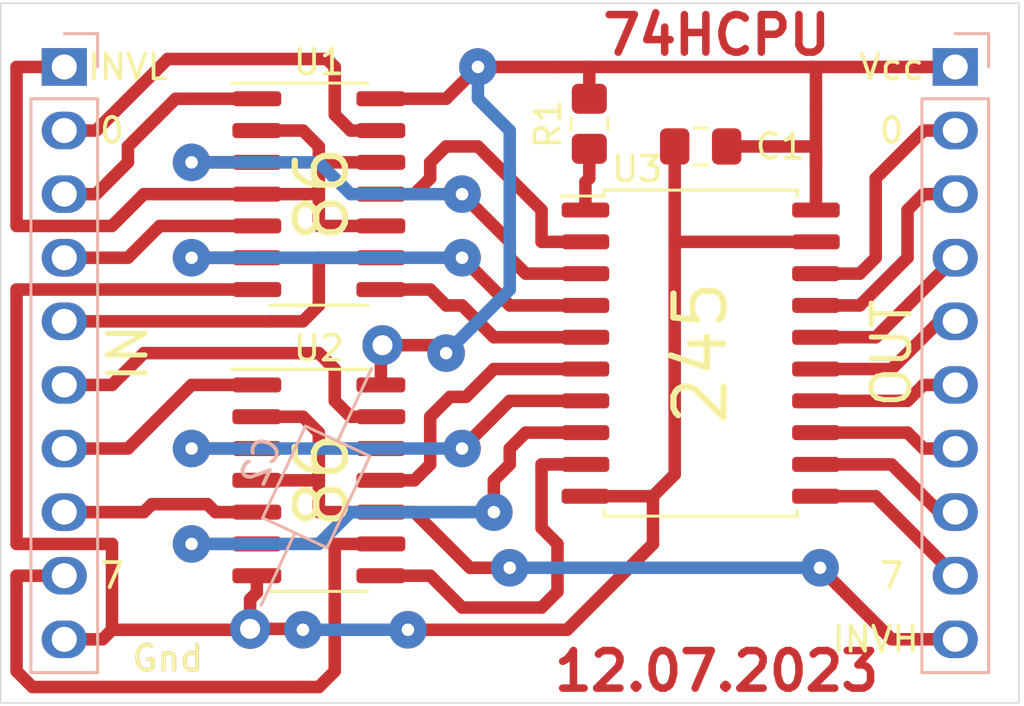
<source format=kicad_pcb>
(kicad_pcb (version 20171130) (host pcbnew "(5.1.8)-1")

  (general
    (thickness 1.6)
    (drawings 20)
    (tracks 228)
    (zones 0)
    (modules 8)
    (nets 30)
  )

  (page A4 portrait)
  (layers
    (0 F.Cu signal)
    (31 B.Cu signal)
    (32 B.Adhes user)
    (33 F.Adhes user)
    (34 B.Paste user)
    (35 F.Paste user)
    (36 B.SilkS user)
    (37 F.SilkS user)
    (38 B.Mask user)
    (39 F.Mask user)
    (40 Dwgs.User user)
    (41 Cmts.User user)
    (42 Eco1.User user)
    (43 Eco2.User user)
    (44 Edge.Cuts user)
    (45 Margin user)
    (46 B.CrtYd user)
    (47 F.CrtYd user)
    (48 B.Fab user)
    (49 F.Fab user)
  )

  (setup
    (last_trace_width 0.4)
    (user_trace_width 0.4)
    (user_trace_width 0.5)
    (user_trace_width 0.6)
    (user_trace_width 0.8)
    (trace_clearance 0.2)
    (zone_clearance 0.508)
    (zone_45_only no)
    (trace_min 0.4)
    (via_size 1.5)
    (via_drill 0.5)
    (via_min_size 1.5)
    (via_min_drill 0.5)
    (user_via 1.5 0.5)
    (uvia_size 0.3)
    (uvia_drill 0.1)
    (uvias_allowed no)
    (uvia_min_size 0.2)
    (uvia_min_drill 0.1)
    (edge_width 0.05)
    (segment_width 0.2)
    (pcb_text_width 0.3)
    (pcb_text_size 1.5 1.5)
    (mod_edge_width 0.12)
    (mod_text_size 1 1)
    (mod_text_width 0.15)
    (pad_size 1.524 1.524)
    (pad_drill 0.762)
    (pad_to_mask_clearance 0)
    (aux_axis_origin 76.2 38.1)
    (visible_elements 7FFFFFFF)
    (pcbplotparams
      (layerselection 0x010f0_ffffffff)
      (usegerberextensions false)
      (usegerberattributes false)
      (usegerberadvancedattributes false)
      (creategerberjobfile false)
      (excludeedgelayer true)
      (linewidth 0.100000)
      (plotframeref false)
      (viasonmask false)
      (mode 1)
      (useauxorigin true)
      (hpglpennumber 1)
      (hpglpenspeed 20)
      (hpglpendiameter 15.000000)
      (psnegative false)
      (psa4output false)
      (plotreference true)
      (plotvalue true)
      (plotinvisibletext false)
      (padsonsilk false)
      (subtractmaskfromsilk false)
      (outputformat 1)
      (mirror false)
      (drillshape 0)
      (scaleselection 1)
      (outputdirectory "gerber/"))
  )

  (net 0 "")
  (net 1 VCC)
  (net 2 GND)
  (net 3 /O7)
  (net 4 /O6)
  (net 5 /O5)
  (net 6 /O4)
  (net 7 /O3)
  (net 8 /O2)
  (net 9 /O1)
  (net 10 /O0)
  (net 11 /D7)
  (net 12 /D6)
  (net 13 /D5)
  (net 14 /D4)
  (net 15 /D3)
  (net 16 /D2)
  (net 17 /D1)
  (net 18 /D0)
  (net 19 /INVL)
  (net 20 /INVH)
  (net 21 "Net-(J2-Pad9)")
  (net 22 "Net-(J2-Pad8)")
  (net 23 "Net-(J2-Pad7)")
  (net 24 "Net-(J2-Pad6)")
  (net 25 "Net-(J2-Pad5)")
  (net 26 "Net-(J2-Pad4)")
  (net 27 "Net-(J2-Pad3)")
  (net 28 "Net-(J2-Pad2)")
  (net 29 "Net-(R1-Pad1)")

  (net_class Default "This is the default net class."
    (clearance 0.2)
    (trace_width 0.4)
    (via_dia 1.5)
    (via_drill 0.5)
    (uvia_dia 0.3)
    (uvia_drill 0.1)
    (diff_pair_width 0.5)
    (diff_pair_gap 0.25)
    (add_net /D0)
    (add_net /D1)
    (add_net /D2)
    (add_net /D3)
    (add_net /D4)
    (add_net /D5)
    (add_net /D6)
    (add_net /D7)
    (add_net /INVH)
    (add_net /INVL)
    (add_net /O0)
    (add_net /O1)
    (add_net /O2)
    (add_net /O3)
    (add_net /O4)
    (add_net /O5)
    (add_net /O6)
    (add_net /O7)
    (add_net GND)
    (add_net "Net-(J2-Pad2)")
    (add_net "Net-(J2-Pad3)")
    (add_net "Net-(J2-Pad4)")
    (add_net "Net-(J2-Pad5)")
    (add_net "Net-(J2-Pad6)")
    (add_net "Net-(J2-Pad7)")
    (add_net "Net-(J2-Pad8)")
    (add_net "Net-(J2-Pad9)")
    (add_net "Net-(R1-Pad1)")
    (add_net VCC)
  )

  (module Capacitor_SMD:C_0805_2012Metric_Pad1.18x1.45mm_HandSolder (layer F.Cu) (tedit 5F68FEEF) (tstamp 638673E5)
    (at 104.14 43.815 180)
    (descr "Capacitor SMD 0805 (2012 Metric), square (rectangular) end terminal, IPC_7351 nominal with elongated pad for handsoldering. (Body size source: IPC-SM-782 page 76, https://www.pcb-3d.com/wordpress/wp-content/uploads/ipc-sm-782a_amendment_1_and_2.pdf, https://docs.google.com/spreadsheets/d/1BsfQQcO9C6DZCsRaXUlFlo91Tg2WpOkGARC1WS5S8t0/edit?usp=sharing), generated with kicad-footprint-generator")
    (tags "capacitor handsolder")
    (path /6387E862)
    (attr smd)
    (fp_text reference C1 (at -3.175 0) (layer F.SilkS)
      (effects (font (size 1 1) (thickness 0.15)))
    )
    (fp_text value 0.1uF (at 0 1.68) (layer F.Fab)
      (effects (font (size 1 1) (thickness 0.15)))
    )
    (fp_line (start -1 0.625) (end -1 -0.625) (layer F.Fab) (width 0.1))
    (fp_line (start -1 -0.625) (end 1 -0.625) (layer F.Fab) (width 0.1))
    (fp_line (start 1 -0.625) (end 1 0.625) (layer F.Fab) (width 0.1))
    (fp_line (start 1 0.625) (end -1 0.625) (layer F.Fab) (width 0.1))
    (fp_line (start -0.261252 -0.735) (end 0.261252 -0.735) (layer F.SilkS) (width 0.12))
    (fp_line (start -0.261252 0.735) (end 0.261252 0.735) (layer F.SilkS) (width 0.12))
    (fp_line (start -1.88 0.98) (end -1.88 -0.98) (layer F.CrtYd) (width 0.05))
    (fp_line (start -1.88 -0.98) (end 1.88 -0.98) (layer F.CrtYd) (width 0.05))
    (fp_line (start 1.88 -0.98) (end 1.88 0.98) (layer F.CrtYd) (width 0.05))
    (fp_line (start 1.88 0.98) (end -1.88 0.98) (layer F.CrtYd) (width 0.05))
    (fp_text user %R (at 0 0) (layer F.Fab)
      (effects (font (size 0.5 0.5) (thickness 0.08)))
    )
    (pad 2 smd roundrect (at 1.0375 0 180) (size 1.175 1.45) (layers F.Cu F.Paste F.Mask) (roundrect_rratio 0.2127659574468085)
      (net 2 GND))
    (pad 1 smd roundrect (at -1.0375 0 180) (size 1.175 1.45) (layers F.Cu F.Paste F.Mask) (roundrect_rratio 0.2127659574468085)
      (net 1 VCC))
    (model ${KISYS3DMOD}/Capacitor_SMD.3dshapes/C_0805_2012Metric.wrl
      (at (xyz 0 0 0))
      (scale (xyz 1 1 1))
      (rotate (xyz 0 0 0))
    )
  )

  (module Capacitor_THT:C_Axial_L3.8mm_D2.6mm_P12.50mm_Horizontal (layer B.Cu) (tedit 5AE50EF0) (tstamp 649F74FD)
    (at 91.44 51.7525 245)
    (descr "C, Axial series, Axial, Horizontal, pin pitch=12.5mm, , length*diameter=3.8*2.6mm^2, http://www.vishay.com/docs/45231/arseries.pdf")
    (tags "C Axial series Axial Horizontal pin pitch 12.5mm  length 3.8mm diameter 2.6mm")
    (path /64A3782B)
    (fp_text reference C2 (at 6.25 2.42 245) (layer B.SilkS)
      (effects (font (size 1 1) (thickness 0.15)) (justify mirror))
    )
    (fp_text value 0.1uF (at 6.25 -2.42 245) (layer B.Fab)
      (effects (font (size 1 1) (thickness 0.15)) (justify mirror))
    )
    (fp_line (start 13.55 1.55) (end -1.05 1.55) (layer B.CrtYd) (width 0.05))
    (fp_line (start 13.55 -1.55) (end 13.55 1.55) (layer B.CrtYd) (width 0.05))
    (fp_line (start -1.05 -1.55) (end 13.55 -1.55) (layer B.CrtYd) (width 0.05))
    (fp_line (start -1.05 1.55) (end -1.05 -1.55) (layer B.CrtYd) (width 0.05))
    (fp_line (start 11.46 0) (end 8.27 0) (layer B.SilkS) (width 0.12))
    (fp_line (start 1.04 0) (end 4.23 0) (layer B.SilkS) (width 0.12))
    (fp_line (start 8.27 1.42) (end 4.23 1.42) (layer B.SilkS) (width 0.12))
    (fp_line (start 8.27 -1.42) (end 8.27 1.42) (layer B.SilkS) (width 0.12))
    (fp_line (start 4.23 -1.42) (end 8.27 -1.42) (layer B.SilkS) (width 0.12))
    (fp_line (start 4.23 1.42) (end 4.23 -1.42) (layer B.SilkS) (width 0.12))
    (fp_line (start 12.5 0) (end 8.15 0) (layer B.Fab) (width 0.1))
    (fp_line (start 0 0) (end 4.35 0) (layer B.Fab) (width 0.1))
    (fp_line (start 8.15 1.3) (end 4.35 1.3) (layer B.Fab) (width 0.1))
    (fp_line (start 8.15 -1.3) (end 8.15 1.3) (layer B.Fab) (width 0.1))
    (fp_line (start 4.35 -1.3) (end 8.15 -1.3) (layer B.Fab) (width 0.1))
    (fp_line (start 4.35 1.3) (end 4.35 -1.3) (layer B.Fab) (width 0.1))
    (fp_text user %R (at 6.25 0 245) (layer B.Fab)
      (effects (font (size 0.76 0.76) (thickness 0.114)) (justify mirror))
    )
    (pad 2 thru_hole oval (at 12.5 0 245) (size 1.6 1.6) (drill 0.8) (layers *.Cu *.Mask)
      (net 2 GND))
    (pad 1 thru_hole circle (at 0 0 245) (size 1.6 1.6) (drill 0.8) (layers *.Cu *.Mask)
      (net 1 VCC))
    (model ${KISYS3DMOD}/Capacitor_THT.3dshapes/C_Axial_L3.8mm_D2.6mm_P12.50mm_Horizontal.wrl
      (at (xyz 0 0 0))
      (scale (xyz 1 1 1))
      (rotate (xyz 0 0 0))
    )
  )

  (module Resistor_SMD:R_0805_2012Metric_Pad1.20x1.40mm_HandSolder (layer F.Cu) (tedit 5F68FEEE) (tstamp 649F711E)
    (at 99.695 42.91 90)
    (descr "Resistor SMD 0805 (2012 Metric), square (rectangular) end terminal, IPC_7351 nominal with elongated pad for handsoldering. (Body size source: IPC-SM-782 page 72, https://www.pcb-3d.com/wordpress/wp-content/uploads/ipc-sm-782a_amendment_1_and_2.pdf), generated with kicad-footprint-generator")
    (tags "resistor handsolder")
    (path /64A261F6)
    (attr smd)
    (fp_text reference R1 (at 0 -1.65 90) (layer F.SilkS)
      (effects (font (size 1 1) (thickness 0.15)))
    )
    (fp_text value 10k (at 0 1.65 90) (layer F.Fab)
      (effects (font (size 1 1) (thickness 0.15)))
    )
    (fp_line (start 1.85 0.95) (end -1.85 0.95) (layer F.CrtYd) (width 0.05))
    (fp_line (start 1.85 -0.95) (end 1.85 0.95) (layer F.CrtYd) (width 0.05))
    (fp_line (start -1.85 -0.95) (end 1.85 -0.95) (layer F.CrtYd) (width 0.05))
    (fp_line (start -1.85 0.95) (end -1.85 -0.95) (layer F.CrtYd) (width 0.05))
    (fp_line (start -0.227064 0.735) (end 0.227064 0.735) (layer F.SilkS) (width 0.12))
    (fp_line (start -0.227064 -0.735) (end 0.227064 -0.735) (layer F.SilkS) (width 0.12))
    (fp_line (start 1 0.625) (end -1 0.625) (layer F.Fab) (width 0.1))
    (fp_line (start 1 -0.625) (end 1 0.625) (layer F.Fab) (width 0.1))
    (fp_line (start -1 -0.625) (end 1 -0.625) (layer F.Fab) (width 0.1))
    (fp_line (start -1 0.625) (end -1 -0.625) (layer F.Fab) (width 0.1))
    (fp_text user %R (at 0 0 90) (layer F.Fab)
      (effects (font (size 0.5 0.5) (thickness 0.08)))
    )
    (pad 2 smd roundrect (at 1 0 90) (size 1.2 1.4) (layers F.Cu F.Paste F.Mask) (roundrect_rratio 0.2083325)
      (net 1 VCC))
    (pad 1 smd roundrect (at -1 0 90) (size 1.2 1.4) (layers F.Cu F.Paste F.Mask) (roundrect_rratio 0.2083325)
      (net 29 "Net-(R1-Pad1)"))
    (model ${KISYS3DMOD}/Resistor_SMD.3dshapes/R_0805_2012Metric.wrl
      (at (xyz 0 0 0))
      (scale (xyz 1 1 1))
      (rotate (xyz 0 0 0))
    )
  )

  (module Package_SO:SOP-20_7.5x12.8mm_P1.27mm (layer F.Cu) (tedit 5F4D0A3D) (tstamp 649F5C94)
    (at 104.14 52.07)
    (descr "SOP, 20 Pin (https://www.holtek.com/documents/10179/116723/sop20-300.pdf), generated with kicad-footprint-generator ipc_gullwing_generator.py")
    (tags "SOP SO")
    (path /649F7611)
    (attr smd)
    (fp_text reference U3 (at -2.54 -7.35) (layer F.SilkS)
      (effects (font (size 1 1) (thickness 0.15)))
    )
    (fp_text value 74HC245 (at 0 7.35) (layer F.Fab)
      (effects (font (size 1 1) (thickness 0.15)))
    )
    (fp_line (start 0 6.51) (end 3.86 6.51) (layer F.SilkS) (width 0.12))
    (fp_line (start 3.86 6.51) (end 3.86 6.275) (layer F.SilkS) (width 0.12))
    (fp_line (start 0 6.51) (end -3.86 6.51) (layer F.SilkS) (width 0.12))
    (fp_line (start -3.86 6.51) (end -3.86 6.275) (layer F.SilkS) (width 0.12))
    (fp_line (start 0 -6.51) (end 3.86 -6.51) (layer F.SilkS) (width 0.12))
    (fp_line (start 3.86 -6.51) (end 3.86 -6.275) (layer F.SilkS) (width 0.12))
    (fp_line (start 0 -6.51) (end -3.86 -6.51) (layer F.SilkS) (width 0.12))
    (fp_line (start -3.86 -6.51) (end -3.86 -6.275) (layer F.SilkS) (width 0.12))
    (fp_line (start -3.86 -6.275) (end -5.55 -6.275) (layer F.SilkS) (width 0.12))
    (fp_line (start -2.75 -6.4) (end 3.75 -6.4) (layer F.Fab) (width 0.1))
    (fp_line (start 3.75 -6.4) (end 3.75 6.4) (layer F.Fab) (width 0.1))
    (fp_line (start 3.75 6.4) (end -3.75 6.4) (layer F.Fab) (width 0.1))
    (fp_line (start -3.75 6.4) (end -3.75 -5.4) (layer F.Fab) (width 0.1))
    (fp_line (start -3.75 -5.4) (end -2.75 -6.4) (layer F.Fab) (width 0.1))
    (fp_line (start -5.8 -6.65) (end -5.8 6.65) (layer F.CrtYd) (width 0.05))
    (fp_line (start -5.8 6.65) (end 5.8 6.65) (layer F.CrtYd) (width 0.05))
    (fp_line (start 5.8 6.65) (end 5.8 -6.65) (layer F.CrtYd) (width 0.05))
    (fp_line (start 5.8 -6.65) (end -5.8 -6.65) (layer F.CrtYd) (width 0.05))
    (fp_text user %R (at 0 0) (layer F.Fab)
      (effects (font (size 1 1) (thickness 0.15)))
    )
    (pad 20 smd roundrect (at 4.6 -5.715) (size 1.9 0.6) (layers F.Cu F.Paste F.Mask) (roundrect_rratio 0.25)
      (net 1 VCC))
    (pad 19 smd roundrect (at 4.6 -4.445) (size 1.9 0.6) (layers F.Cu F.Paste F.Mask) (roundrect_rratio 0.25)
      (net 2 GND))
    (pad 18 smd roundrect (at 4.6 -3.175) (size 1.9 0.6) (layers F.Cu F.Paste F.Mask) (roundrect_rratio 0.25)
      (net 28 "Net-(J2-Pad2)"))
    (pad 17 smd roundrect (at 4.6 -1.905) (size 1.9 0.6) (layers F.Cu F.Paste F.Mask) (roundrect_rratio 0.25)
      (net 27 "Net-(J2-Pad3)"))
    (pad 16 smd roundrect (at 4.6 -0.635) (size 1.9 0.6) (layers F.Cu F.Paste F.Mask) (roundrect_rratio 0.25)
      (net 26 "Net-(J2-Pad4)"))
    (pad 15 smd roundrect (at 4.6 0.635) (size 1.9 0.6) (layers F.Cu F.Paste F.Mask) (roundrect_rratio 0.25)
      (net 25 "Net-(J2-Pad5)"))
    (pad 14 smd roundrect (at 4.6 1.905) (size 1.9 0.6) (layers F.Cu F.Paste F.Mask) (roundrect_rratio 0.25)
      (net 24 "Net-(J2-Pad6)"))
    (pad 13 smd roundrect (at 4.6 3.175) (size 1.9 0.6) (layers F.Cu F.Paste F.Mask) (roundrect_rratio 0.25)
      (net 23 "Net-(J2-Pad7)"))
    (pad 12 smd roundrect (at 4.6 4.445) (size 1.9 0.6) (layers F.Cu F.Paste F.Mask) (roundrect_rratio 0.25)
      (net 22 "Net-(J2-Pad8)"))
    (pad 11 smd roundrect (at 4.6 5.715) (size 1.9 0.6) (layers F.Cu F.Paste F.Mask) (roundrect_rratio 0.25)
      (net 21 "Net-(J2-Pad9)"))
    (pad 10 smd roundrect (at -4.6 5.715) (size 1.9 0.6) (layers F.Cu F.Paste F.Mask) (roundrect_rratio 0.25)
      (net 2 GND))
    (pad 9 smd roundrect (at -4.6 4.445) (size 1.9 0.6) (layers F.Cu F.Paste F.Mask) (roundrect_rratio 0.25)
      (net 3 /O7))
    (pad 8 smd roundrect (at -4.6 3.175) (size 1.9 0.6) (layers F.Cu F.Paste F.Mask) (roundrect_rratio 0.25)
      (net 4 /O6))
    (pad 7 smd roundrect (at -4.6 1.905) (size 1.9 0.6) (layers F.Cu F.Paste F.Mask) (roundrect_rratio 0.25)
      (net 5 /O5))
    (pad 6 smd roundrect (at -4.6 0.635) (size 1.9 0.6) (layers F.Cu F.Paste F.Mask) (roundrect_rratio 0.25)
      (net 6 /O4))
    (pad 5 smd roundrect (at -4.6 -0.635) (size 1.9 0.6) (layers F.Cu F.Paste F.Mask) (roundrect_rratio 0.25)
      (net 7 /O3))
    (pad 4 smd roundrect (at -4.6 -1.905) (size 1.9 0.6) (layers F.Cu F.Paste F.Mask) (roundrect_rratio 0.25)
      (net 8 /O2))
    (pad 3 smd roundrect (at -4.6 -3.175) (size 1.9 0.6) (layers F.Cu F.Paste F.Mask) (roundrect_rratio 0.25)
      (net 9 /O1))
    (pad 2 smd roundrect (at -4.6 -4.445) (size 1.9 0.6) (layers F.Cu F.Paste F.Mask) (roundrect_rratio 0.25)
      (net 10 /O0))
    (pad 1 smd roundrect (at -4.6 -5.715) (size 1.9 0.6) (layers F.Cu F.Paste F.Mask) (roundrect_rratio 0.25)
      (net 29 "Net-(R1-Pad1)"))
    (model ${KISYS3DMOD}/Package_SO.3dshapes/SOP-20_7.5x12.8mm_P1.27mm.wrl
      (at (xyz 0 0 0))
      (scale (xyz 1 1 1))
      (rotate (xyz 0 0 0))
    )
  )

  (module Connector_PinHeader_2.54mm:PinHeader_1x10_P2.54mm_Vertical (layer B.Cu) (tedit 59FED5CC) (tstamp 63867421)
    (at 114.3 40.64 180)
    (descr "Through hole straight pin header, 1x10, 2.54mm pitch, single row")
    (tags "Through hole pin header THT 1x10 2.54mm single row")
    (path /638C9111)
    (fp_text reference J2 (at 2.54 1.27) (layer B.SilkS) hide
      (effects (font (size 1 1) (thickness 0.15)) (justify mirror))
    )
    (fp_text value Conn_01x10_Male (at -1.905 -11.43 90) (layer B.Fab)
      (effects (font (size 1 1) (thickness 0.15)) (justify mirror))
    )
    (fp_line (start 1.8 1.8) (end -1.8 1.8) (layer B.CrtYd) (width 0.05))
    (fp_line (start 1.8 -24.65) (end 1.8 1.8) (layer B.CrtYd) (width 0.05))
    (fp_line (start -1.8 -24.65) (end 1.8 -24.65) (layer B.CrtYd) (width 0.05))
    (fp_line (start -1.8 1.8) (end -1.8 -24.65) (layer B.CrtYd) (width 0.05))
    (fp_line (start -1.33 1.33) (end 0 1.33) (layer B.SilkS) (width 0.12))
    (fp_line (start -1.33 0) (end -1.33 1.33) (layer B.SilkS) (width 0.12))
    (fp_line (start -1.33 -1.27) (end 1.33 -1.27) (layer B.SilkS) (width 0.12))
    (fp_line (start 1.33 -1.27) (end 1.33 -24.19) (layer B.SilkS) (width 0.12))
    (fp_line (start -1.33 -1.27) (end -1.33 -24.19) (layer B.SilkS) (width 0.12))
    (fp_line (start -1.33 -24.19) (end 1.33 -24.19) (layer B.SilkS) (width 0.12))
    (fp_line (start -1.27 0.635) (end -0.635 1.27) (layer B.Fab) (width 0.1))
    (fp_line (start -1.27 -24.13) (end -1.27 0.635) (layer B.Fab) (width 0.1))
    (fp_line (start 1.27 -24.13) (end -1.27 -24.13) (layer B.Fab) (width 0.1))
    (fp_line (start 1.27 1.27) (end 1.27 -24.13) (layer B.Fab) (width 0.1))
    (fp_line (start -0.635 1.27) (end 1.27 1.27) (layer B.Fab) (width 0.1))
    (fp_text user %R (at 0 -11.43 270) (layer B.Fab)
      (effects (font (size 1 1) (thickness 0.15)) (justify mirror))
    )
    (pad 10 thru_hole oval (at 0 -22.86 180) (size 1.8 1.5) (drill 1) (layers *.Cu *.Mask)
      (net 20 /INVH))
    (pad 9 thru_hole oval (at 0 -20.32 180) (size 1.8 1.5) (drill 1) (layers *.Cu *.Mask)
      (net 21 "Net-(J2-Pad9)"))
    (pad 8 thru_hole oval (at 0 -17.78 180) (size 1.8 1.5) (drill 1) (layers *.Cu *.Mask)
      (net 22 "Net-(J2-Pad8)"))
    (pad 7 thru_hole oval (at 0 -15.24 180) (size 1.8 1.5) (drill 1) (layers *.Cu *.Mask)
      (net 23 "Net-(J2-Pad7)"))
    (pad 6 thru_hole oval (at 0 -12.7 180) (size 1.8 1.5) (drill 1) (layers *.Cu *.Mask)
      (net 24 "Net-(J2-Pad6)"))
    (pad 5 thru_hole oval (at 0 -10.16 180) (size 1.8 1.5) (drill 1) (layers *.Cu *.Mask)
      (net 25 "Net-(J2-Pad5)"))
    (pad 4 thru_hole oval (at 0 -7.62 180) (size 1.8 1.5) (drill 1) (layers *.Cu *.Mask)
      (net 26 "Net-(J2-Pad4)"))
    (pad 3 thru_hole oval (at 0 -5.08 180) (size 1.8 1.5) (drill 1) (layers *.Cu *.Mask)
      (net 27 "Net-(J2-Pad3)"))
    (pad 2 thru_hole oval (at 0 -2.54 180) (size 1.8 1.5) (drill 1) (layers *.Cu *.Mask)
      (net 28 "Net-(J2-Pad2)"))
    (pad 1 thru_hole rect (at 0 0 180) (size 1.8 1.5) (drill 1) (layers *.Cu *.Mask)
      (net 1 VCC))
    (model ${KISYS3DMOD}/Connector_PinHeader_2.54mm.3dshapes/PinHeader_1x10_P2.54mm_Vertical.wrl
      (at (xyz 0 0 0))
      (scale (xyz 1 1 1))
      (rotate (xyz 0 0 0))
    )
  )

  (module Connector_PinHeader_2.54mm:PinHeader_1x10_P2.54mm_Vertical (layer B.Cu) (tedit 59FED5CC) (tstamp 63867403)
    (at 78.74 40.64 180)
    (descr "Through hole straight pin header, 1x10, 2.54mm pitch, single row")
    (tags "Through hole pin header THT 1x10 2.54mm single row")
    (path /638C75A4)
    (fp_text reference J1 (at -2.54 1.27) (layer B.SilkS) hide
      (effects (font (size 1 1) (thickness 0.15)) (justify mirror))
    )
    (fp_text value Conn_01x10_Male (at 1.27 -11.43 90) (layer B.Fab)
      (effects (font (size 1 1) (thickness 0.15)) (justify mirror))
    )
    (fp_line (start 1.8 1.8) (end -1.8 1.8) (layer B.CrtYd) (width 0.05))
    (fp_line (start 1.8 -24.65) (end 1.8 1.8) (layer B.CrtYd) (width 0.05))
    (fp_line (start -1.8 -24.65) (end 1.8 -24.65) (layer B.CrtYd) (width 0.05))
    (fp_line (start -1.8 1.8) (end -1.8 -24.65) (layer B.CrtYd) (width 0.05))
    (fp_line (start -1.33 1.33) (end 0 1.33) (layer B.SilkS) (width 0.12))
    (fp_line (start -1.33 0) (end -1.33 1.33) (layer B.SilkS) (width 0.12))
    (fp_line (start -1.33 -1.27) (end 1.33 -1.27) (layer B.SilkS) (width 0.12))
    (fp_line (start 1.33 -1.27) (end 1.33 -24.19) (layer B.SilkS) (width 0.12))
    (fp_line (start -1.33 -1.27) (end -1.33 -24.19) (layer B.SilkS) (width 0.12))
    (fp_line (start -1.33 -24.19) (end 1.33 -24.19) (layer B.SilkS) (width 0.12))
    (fp_line (start -1.27 0.635) (end -0.635 1.27) (layer B.Fab) (width 0.1))
    (fp_line (start -1.27 -24.13) (end -1.27 0.635) (layer B.Fab) (width 0.1))
    (fp_line (start 1.27 -24.13) (end -1.27 -24.13) (layer B.Fab) (width 0.1))
    (fp_line (start 1.27 1.27) (end 1.27 -24.13) (layer B.Fab) (width 0.1))
    (fp_line (start -0.635 1.27) (end 1.27 1.27) (layer B.Fab) (width 0.1))
    (fp_text user %R (at 0 -11.43 270) (layer B.Fab)
      (effects (font (size 1 1) (thickness 0.15)) (justify mirror))
    )
    (pad 10 thru_hole oval (at 0 -22.86 180) (size 1.8 1.5) (drill 1) (layers *.Cu *.Mask)
      (net 2 GND))
    (pad 9 thru_hole oval (at 0 -20.32 180) (size 1.8 1.5) (drill 1) (layers *.Cu *.Mask)
      (net 11 /D7))
    (pad 8 thru_hole oval (at 0 -17.78 180) (size 1.8 1.5) (drill 1) (layers *.Cu *.Mask)
      (net 12 /D6))
    (pad 7 thru_hole oval (at 0 -15.24 180) (size 1.8 1.5) (drill 1) (layers *.Cu *.Mask)
      (net 13 /D5))
    (pad 6 thru_hole oval (at 0 -12.7 180) (size 1.8 1.5) (drill 1) (layers *.Cu *.Mask)
      (net 14 /D4))
    (pad 5 thru_hole oval (at 0 -10.16 180) (size 1.8 1.5) (drill 1) (layers *.Cu *.Mask)
      (net 15 /D3))
    (pad 4 thru_hole oval (at 0 -7.62 180) (size 1.8 1.5) (drill 1) (layers *.Cu *.Mask)
      (net 16 /D2))
    (pad 3 thru_hole oval (at 0 -5.08 180) (size 1.8 1.5) (drill 1) (layers *.Cu *.Mask)
      (net 17 /D1))
    (pad 2 thru_hole oval (at 0 -2.54 180) (size 1.8 1.5) (drill 1) (layers *.Cu *.Mask)
      (net 18 /D0))
    (pad 1 thru_hole rect (at 0 0 180) (size 1.8 1.5) (drill 1) (layers *.Cu *.Mask)
      (net 19 /INVL))
    (model ${KISYS3DMOD}/Connector_PinHeader_2.54mm.3dshapes/PinHeader_1x10_P2.54mm_Vertical.wrl
      (at (xyz 0 0 0))
      (scale (xyz 1 1 1))
      (rotate (xyz 0 0 0))
    )
  )

  (module Package_SO:SO-14_3.9x8.65mm_P1.27mm (layer F.Cu) (tedit 5F427CE7) (tstamp 63866E4D)
    (at 88.9 45.72)
    (descr "SO, 14 Pin (https://www.st.com/resource/en/datasheet/l6491.pdf), generated with kicad-footprint-generator ipc_gullwing_generator.py")
    (tags "SO SO")
    (path /63868234)
    (attr smd)
    (fp_text reference U1 (at 0 -5.28) (layer F.SilkS)
      (effects (font (size 1 1) (thickness 0.15)))
    )
    (fp_text value 74HC86 (at 0 5.28) (layer F.Fab)
      (effects (font (size 1 1) (thickness 0.15)))
    )
    (fp_line (start 3.7 -4.58) (end -3.7 -4.58) (layer F.CrtYd) (width 0.05))
    (fp_line (start 3.7 4.58) (end 3.7 -4.58) (layer F.CrtYd) (width 0.05))
    (fp_line (start -3.7 4.58) (end 3.7 4.58) (layer F.CrtYd) (width 0.05))
    (fp_line (start -3.7 -4.58) (end -3.7 4.58) (layer F.CrtYd) (width 0.05))
    (fp_line (start -1.95 -3.35) (end -0.975 -4.325) (layer F.Fab) (width 0.1))
    (fp_line (start -1.95 4.325) (end -1.95 -3.35) (layer F.Fab) (width 0.1))
    (fp_line (start 1.95 4.325) (end -1.95 4.325) (layer F.Fab) (width 0.1))
    (fp_line (start 1.95 -4.325) (end 1.95 4.325) (layer F.Fab) (width 0.1))
    (fp_line (start -0.975 -4.325) (end 1.95 -4.325) (layer F.Fab) (width 0.1))
    (fp_line (start 0 -4.435) (end -3.45 -4.435) (layer F.SilkS) (width 0.12))
    (fp_line (start 0 -4.435) (end 1.95 -4.435) (layer F.SilkS) (width 0.12))
    (fp_line (start 0 4.435) (end -1.95 4.435) (layer F.SilkS) (width 0.12))
    (fp_line (start 0 4.435) (end 1.95 4.435) (layer F.SilkS) (width 0.12))
    (fp_text user %R (at 0 0) (layer F.Fab)
      (effects (font (size 0.98 0.98) (thickness 0.15)))
    )
    (pad 1 smd roundrect (at -2.475 -3.81) (size 1.95 0.6) (layers F.Cu F.Paste F.Mask) (roundrect_rratio 0.25)
      (net 17 /D1))
    (pad 2 smd roundrect (at -2.475 -2.54) (size 1.95 0.6) (layers F.Cu F.Paste F.Mask) (roundrect_rratio 0.25)
      (net 19 /INVL))
    (pad 3 smd roundrect (at -2.475 -1.27) (size 1.95 0.6) (layers F.Cu F.Paste F.Mask) (roundrect_rratio 0.25)
      (net 9 /O1))
    (pad 4 smd roundrect (at -2.475 0) (size 1.95 0.6) (layers F.Cu F.Paste F.Mask) (roundrect_rratio 0.25)
      (net 19 /INVL))
    (pad 5 smd roundrect (at -2.475 1.27) (size 1.95 0.6) (layers F.Cu F.Paste F.Mask) (roundrect_rratio 0.25)
      (net 16 /D2))
    (pad 6 smd roundrect (at -2.475 2.54) (size 1.95 0.6) (layers F.Cu F.Paste F.Mask) (roundrect_rratio 0.25)
      (net 8 /O2))
    (pad 7 smd roundrect (at -2.475 3.81) (size 1.95 0.6) (layers F.Cu F.Paste F.Mask) (roundrect_rratio 0.25)
      (net 2 GND))
    (pad 8 smd roundrect (at 2.475 3.81) (size 1.95 0.6) (layers F.Cu F.Paste F.Mask) (roundrect_rratio 0.25)
      (net 7 /O3))
    (pad 9 smd roundrect (at 2.475 2.54) (size 1.95 0.6) (layers F.Cu F.Paste F.Mask) (roundrect_rratio 0.25)
      (net 15 /D3))
    (pad 10 smd roundrect (at 2.475 1.27) (size 1.95 0.6) (layers F.Cu F.Paste F.Mask) (roundrect_rratio 0.25)
      (net 19 /INVL))
    (pad 11 smd roundrect (at 2.475 0) (size 1.95 0.6) (layers F.Cu F.Paste F.Mask) (roundrect_rratio 0.25)
      (net 10 /O0))
    (pad 12 smd roundrect (at 2.475 -1.27) (size 1.95 0.6) (layers F.Cu F.Paste F.Mask) (roundrect_rratio 0.25)
      (net 19 /INVL))
    (pad 13 smd roundrect (at 2.475 -2.54) (size 1.95 0.6) (layers F.Cu F.Paste F.Mask) (roundrect_rratio 0.25)
      (net 18 /D0))
    (pad 14 smd roundrect (at 2.475 -3.81) (size 1.95 0.6) (layers F.Cu F.Paste F.Mask) (roundrect_rratio 0.25)
      (net 1 VCC))
    (model ${KISYS3DMOD}/Package_SO.3dshapes/SO-14_3.9x8.65mm_P1.27mm.wrl
      (at (xyz 0 0 0))
      (scale (xyz 1 1 1))
      (rotate (xyz 0 0 0))
    )
  )

  (module Package_SO:SO-14_3.9x8.65mm_P1.27mm (layer F.Cu) (tedit 5F427CE7) (tstamp 63866E6D)
    (at 88.9 57.15)
    (descr "SO, 14 Pin (https://www.st.com/resource/en/datasheet/l6491.pdf), generated with kicad-footprint-generator ipc_gullwing_generator.py")
    (tags "SO SO")
    (path /63875B1D)
    (attr smd)
    (fp_text reference U2 (at 0 -5.28) (layer F.SilkS)
      (effects (font (size 1 1) (thickness 0.15)))
    )
    (fp_text value 74HC86 (at 0 5.28) (layer F.Fab)
      (effects (font (size 1 1) (thickness 0.15)))
    )
    (fp_line (start 0 4.435) (end 1.95 4.435) (layer F.SilkS) (width 0.12))
    (fp_line (start 0 4.435) (end -1.95 4.435) (layer F.SilkS) (width 0.12))
    (fp_line (start 0 -4.435) (end 1.95 -4.435) (layer F.SilkS) (width 0.12))
    (fp_line (start 0 -4.435) (end -3.45 -4.435) (layer F.SilkS) (width 0.12))
    (fp_line (start -0.975 -4.325) (end 1.95 -4.325) (layer F.Fab) (width 0.1))
    (fp_line (start 1.95 -4.325) (end 1.95 4.325) (layer F.Fab) (width 0.1))
    (fp_line (start 1.95 4.325) (end -1.95 4.325) (layer F.Fab) (width 0.1))
    (fp_line (start -1.95 4.325) (end -1.95 -3.35) (layer F.Fab) (width 0.1))
    (fp_line (start -1.95 -3.35) (end -0.975 -4.325) (layer F.Fab) (width 0.1))
    (fp_line (start -3.7 -4.58) (end -3.7 4.58) (layer F.CrtYd) (width 0.05))
    (fp_line (start -3.7 4.58) (end 3.7 4.58) (layer F.CrtYd) (width 0.05))
    (fp_line (start 3.7 4.58) (end 3.7 -4.58) (layer F.CrtYd) (width 0.05))
    (fp_line (start 3.7 -4.58) (end -3.7 -4.58) (layer F.CrtYd) (width 0.05))
    (fp_text user %R (at 0 0) (layer F.Fab)
      (effects (font (size 0.98 0.98) (thickness 0.15)))
    )
    (pad 14 smd roundrect (at 2.475 -3.81) (size 1.95 0.6) (layers F.Cu F.Paste F.Mask) (roundrect_rratio 0.25)
      (net 1 VCC))
    (pad 13 smd roundrect (at 2.475 -2.54) (size 1.95 0.6) (layers F.Cu F.Paste F.Mask) (roundrect_rratio 0.25)
      (net 14 /D4))
    (pad 12 smd roundrect (at 2.475 -1.27) (size 1.95 0.6) (layers F.Cu F.Paste F.Mask) (roundrect_rratio 0.25)
      (net 20 /INVH))
    (pad 11 smd roundrect (at 2.475 0) (size 1.95 0.6) (layers F.Cu F.Paste F.Mask) (roundrect_rratio 0.25)
      (net 6 /O4))
    (pad 10 smd roundrect (at 2.475 1.27) (size 1.95 0.6) (layers F.Cu F.Paste F.Mask) (roundrect_rratio 0.25)
      (net 20 /INVH))
    (pad 9 smd roundrect (at 2.475 2.54) (size 1.95 0.6) (layers F.Cu F.Paste F.Mask) (roundrect_rratio 0.25)
      (net 11 /D7))
    (pad 8 smd roundrect (at 2.475 3.81) (size 1.95 0.6) (layers F.Cu F.Paste F.Mask) (roundrect_rratio 0.25)
      (net 3 /O7))
    (pad 7 smd roundrect (at -2.475 3.81) (size 1.95 0.6) (layers F.Cu F.Paste F.Mask) (roundrect_rratio 0.25)
      (net 2 GND))
    (pad 6 smd roundrect (at -2.475 2.54) (size 1.95 0.6) (layers F.Cu F.Paste F.Mask) (roundrect_rratio 0.25)
      (net 4 /O6))
    (pad 5 smd roundrect (at -2.475 1.27) (size 1.95 0.6) (layers F.Cu F.Paste F.Mask) (roundrect_rratio 0.25)
      (net 12 /D6))
    (pad 4 smd roundrect (at -2.475 0) (size 1.95 0.6) (layers F.Cu F.Paste F.Mask) (roundrect_rratio 0.25)
      (net 20 /INVH))
    (pad 3 smd roundrect (at -2.475 -1.27) (size 1.95 0.6) (layers F.Cu F.Paste F.Mask) (roundrect_rratio 0.25)
      (net 5 /O5))
    (pad 2 smd roundrect (at -2.475 -2.54) (size 1.95 0.6) (layers F.Cu F.Paste F.Mask) (roundrect_rratio 0.25)
      (net 20 /INVH))
    (pad 1 smd roundrect (at -2.475 -3.81) (size 1.95 0.6) (layers F.Cu F.Paste F.Mask) (roundrect_rratio 0.25)
      (net 13 /D5))
    (model ${KISYS3DMOD}/Package_SO.3dshapes/SO-14_3.9x8.65mm_P1.27mm.wrl
      (at (xyz 0 0 0))
      (scale (xyz 1 1 1))
      (rotate (xyz 0 0 0))
    )
  )

  (gr_text 86 (at 89.027 45.72 90) (layer F.SilkS) (tstamp 64AEC14F)
    (effects (font (size 2 2) (thickness 0.25)))
  )
  (gr_text 86 (at 89.027 57.15 90) (layer F.SilkS) (tstamp 64AEC147)
    (effects (font (size 2 2) (thickness 0.25)))
  )
  (gr_text 245 (at 104.14 52.07 90) (layer F.SilkS)
    (effects (font (size 2 2) (thickness 0.25)))
  )
  (gr_text INVH (at 111.125 63.5) (layer F.SilkS) (tstamp 649DF5AA)
    (effects (font (size 1 1) (thickness 0.15)))
  )
  (gr_text INVL (at 81.28 40.64) (layer F.SilkS)
    (effects (font (size 1 1) (thickness 0.15)))
  )
  (gr_text Gnd (at 82.8675 64.262) (layer F.Cu) (tstamp 63843D85)
    (effects (font (size 1 1) (thickness 0.15)))
  )
  (gr_text 7 (at 111.76 60.96) (layer F.SilkS)
    (effects (font (size 1 1) (thickness 0.15)))
  )
  (gr_text 0 (at 111.76 43.18) (layer F.SilkS)
    (effects (font (size 1 1) (thickness 0.15)))
  )
  (gr_text 7 (at 80.645 60.96) (layer F.SilkS)
    (effects (font (size 1 1) (thickness 0.15)))
  )
  (gr_text 0 (at 80.645 43.18) (layer F.SilkS)
    (effects (font (size 1 1) (thickness 0.15)))
  )
  (gr_text OUT (at 111.76 52.07 90) (layer F.SilkS) (tstamp 63843B19)
    (effects (font (size 1.5 1.5) (thickness 0.2)))
  )
  (gr_text IN (at 81.28 52.07 90) (layer F.SilkS)
    (effects (font (size 1.5 1.5) (thickness 0.2)))
  )
  (gr_text Gnd (at 82.8675 64.262) (layer F.SilkS)
    (effects (font (size 1 1) (thickness 0.15)))
  )
  (gr_text Vcc (at 111.76 40.64) (layer F.SilkS)
    (effects (font (size 1 1) (thickness 0.15)))
  )
  (gr_text 74HCPU (at 104.775 39.37) (layer F.Cu) (tstamp 63843981)
    (effects (font (size 1.5 1.5) (thickness 0.3)))
  )
  (gr_text 12.07.2023 (at 104.775 64.77) (layer F.Cu)
    (effects (font (size 1.5 1.5) (thickness 0.3)))
  )
  (gr_line (start 76.2 38.1) (end 76.2 66.04) (layer Edge.Cuts) (width 0.05) (tstamp 6383F8D8))
  (gr_line (start 116.84 38.1) (end 76.2 38.1) (layer Edge.Cuts) (width 0.05))
  (gr_line (start 116.84 66.04) (end 116.84 38.1) (layer Edge.Cuts) (width 0.05))
  (gr_line (start 76.2 66.04) (end 116.84 66.04) (layer Edge.Cuts) (width 0.05))

  (segment (start 93.98 41.91) (end 95.25 40.64) (width 0.5) (layer F.Cu) (net 1))
  (segment (start 91.375 41.91) (end 93.98 41.91) (width 0.5) (layer F.Cu) (net 1))
  (segment (start 93.98 52.07) (end 93.98 52.07) (width 0.5) (layer F.Cu) (net 1))
  (segment (start 95.25 40.64) (end 98.425 40.64) (width 0.5) (layer F.Cu) (net 1))
  (segment (start 108.585 40.64) (end 114.3 40.64) (width 0.5) (layer F.Cu) (net 1))
  (segment (start 108.585 43.815) (end 108.74 43.97) (width 0.5) (layer F.Cu) (net 1))
  (segment (start 105.1775 43.815) (end 108.585 43.815) (width 0.5) (layer F.Cu) (net 1))
  (segment (start 108.74 43.97) (end 108.74 44.605) (width 0.5) (layer F.Cu) (net 1))
  (segment (start 108.74 44.605) (end 108.74 46.355) (width 0.5) (layer F.Cu) (net 1))
  (segment (start 108.74 42.39) (end 108.74 40.795) (width 0.5) (layer F.Cu) (net 1))
  (segment (start 108.74 40.795) (end 108.585 40.64) (width 0.5) (layer F.Cu) (net 1))
  (segment (start 108.74 44.605) (end 108.74 42.39) (width 0.5) (layer F.Cu) (net 1))
  (segment (start 99.695 40.64) (end 99.695 41.91) (width 0.5) (layer F.Cu) (net 1))
  (segment (start 98.425 40.64) (end 99.695 40.64) (width 0.5) (layer F.Cu) (net 1))
  (segment (start 99.695 40.64) (end 108.585 40.64) (width 0.5) (layer F.Cu) (net 1))
  (via (at 93.98 52.07) (size 1.5) (drill 0.5) (layers F.Cu B.Cu) (net 1))
  (segment (start 95.25 40.64) (end 95.25 40.64) (width 0.5) (layer F.Cu) (net 1) (tstamp 649F7B92))
  (via (at 95.25 40.64) (size 1.5) (drill 0.5) (layers F.Cu B.Cu) (net 1))
  (segment (start 95.25 41.91) (end 95.25 40.64) (width 0.5) (layer B.Cu) (net 1))
  (segment (start 96.52 43.18) (end 95.25 41.91) (width 0.5) (layer B.Cu) (net 1))
  (segment (start 96.52 49.53) (end 96.52 43.18) (width 0.5) (layer B.Cu) (net 1))
  (segment (start 93.98 52.07) (end 96.52 49.53) (width 0.5) (layer B.Cu) (net 1))
  (segment (start 91.375 52.135) (end 91.7575 51.7525) (width 0.5) (layer F.Cu) (net 1))
  (segment (start 91.375 53.34) (end 91.375 52.135) (width 0.5) (layer F.Cu) (net 1))
  (segment (start 93.6625 51.7525) (end 93.98 52.07) (width 0.5) (layer F.Cu) (net 1))
  (segment (start 91.7575 51.7525) (end 93.6625 51.7525) (width 0.5) (layer F.Cu) (net 1))
  (segment (start 86.36 61.025) (end 86.425 60.96) (width 0.5) (layer F.Cu) (net 2))
  (segment (start 76.835 49.53) (end 76.835 59.69) (width 0.5) (layer F.Cu) (net 2))
  (segment (start 86.425 49.53) (end 76.835 49.53) (width 0.5) (layer F.Cu) (net 2))
  (segment (start 76.835 59.69) (end 80.645 59.69) (width 0.5) (layer F.Cu) (net 2))
  (segment (start 80.645 59.69) (end 80.645 63.119) (width 0.5) (layer F.Cu) (net 2))
  (segment (start 102.235 57.785) (end 99.54 57.785) (width 0.5) (layer F.Cu) (net 2))
  (segment (start 103.1025 56.9175) (end 102.235 57.785) (width 0.5) (layer F.Cu) (net 2))
  (segment (start 103.1025 43.815) (end 103.1025 47.54) (width 0.5) (layer F.Cu) (net 2))
  (segment (start 103.1025 47.54) (end 103.1025 56.9175) (width 0.5) (layer F.Cu) (net 2))
  (segment (start 103.1875 47.625) (end 103.1025 47.54) (width 0.5) (layer F.Cu) (net 2))
  (segment (start 108.74 47.625) (end 103.1875 47.625) (width 0.5) (layer F.Cu) (net 2))
  (segment (start 102.235 59.69) (end 102.235 59.69) (width 0.5) (layer F.Cu) (net 2) (tstamp 649F80E9))
  (segment (start 101.6 60.325) (end 102.235 59.69) (width 0.5) (layer F.Cu) (net 2))
  (segment (start 102.235 57.785) (end 102.235 59.69) (width 0.5) (layer F.Cu) (net 2))
  (via (at 88.265 63.119) (size 1.5) (drill 0.5) (layers F.Cu B.Cu) (net 2))
  (segment (start 88.265 63.119) (end 92.456 63.119) (width 0.5) (layer B.Cu) (net 2))
  (segment (start 86.258425 63.119) (end 80.645 63.119) (width 0.5) (layer F.Cu) (net 2))
  (segment (start 86.425 61.632544) (end 86.157272 61.900272) (width 0.5) (layer F.Cu) (net 2))
  (segment (start 86.425 60.96) (end 86.425 61.632544) (width 0.5) (layer F.Cu) (net 2))
  (segment (start 86.157272 63.081347) (end 86.157272 61.900272) (width 0.5) (layer F.Cu) (net 2))
  (segment (start 88.227347 63.081347) (end 88.265 63.119) (width 0.5) (layer F.Cu) (net 2))
  (segment (start 86.157272 63.081347) (end 88.227347 63.081347) (width 0.5) (layer F.Cu) (net 2))
  (segment (start 80.645 63.119) (end 80.264 63.5) (width 0.5) (layer F.Cu) (net 2))
  (segment (start 80.264 63.5) (end 78.74 63.5) (width 0.5) (layer F.Cu) (net 2))
  (via (at 92.456 63.119) (size 1.5) (drill 0.5) (layers F.Cu B.Cu) (net 2))
  (segment (start 98.806 63.119) (end 100.965 60.96) (width 0.4) (layer F.Cu) (net 2))
  (segment (start 92.456 63.119) (end 98.806 63.119) (width 0.5) (layer F.Cu) (net 2))
  (segment (start 100.965 60.96) (end 101.6 60.325) (width 0.4) (layer F.Cu) (net 2))
  (segment (start 98.806 63.119) (end 102.235 59.69) (width 0.5) (layer F.Cu) (net 2))
  (segment (start 97.79 59.055) (end 97.79 56.515) (width 0.5) (layer F.Cu) (net 3))
  (segment (start 98.425 59.69) (end 97.79 59.055) (width 0.5) (layer F.Cu) (net 3))
  (segment (start 98.425 61.595) (end 98.425 59.69) (width 0.5) (layer F.Cu) (net 3))
  (segment (start 97.79 62.23) (end 98.425 61.595) (width 0.5) (layer F.Cu) (net 3))
  (segment (start 97.79 56.515) (end 99.54 56.515) (width 0.5) (layer F.Cu) (net 3))
  (segment (start 94.615 62.23) (end 97.79 62.23) (width 0.5) (layer F.Cu) (net 3))
  (segment (start 93.345 60.96) (end 94.615 62.23) (width 0.5) (layer F.Cu) (net 3))
  (segment (start 91.375 60.96) (end 93.345 60.96) (width 0.5) (layer F.Cu) (net 3))
  (segment (start 86.425 59.69) (end 83.82 59.69) (width 0.5) (layer F.Cu) (net 4))
  (segment (start 83.82 59.69) (end 83.82 59.69) (width 0.5) (layer F.Cu) (net 4) (tstamp 63869085))
  (via (at 83.82 59.69) (size 1.5) (drill 0.5) (layers F.Cu B.Cu) (net 4))
  (via (at 95.885 58.42) (size 1.5) (drill 0.5) (layers F.Cu B.Cu) (net 4))
  (segment (start 97.155 55.245) (end 99.54 55.245) (width 0.5) (layer F.Cu) (net 4))
  (segment (start 96.52 55.88) (end 97.155 55.245) (width 0.5) (layer F.Cu) (net 4))
  (segment (start 94.615 58.42) (end 95.885 58.42) (width 0.5) (layer B.Cu) (net 4))
  (segment (start 90.17 58.42) (end 94.615 58.42) (width 0.5) (layer B.Cu) (net 4))
  (segment (start 88.9 59.69) (end 90.17 58.42) (width 0.5) (layer B.Cu) (net 4))
  (segment (start 83.82 59.69) (end 88.9 59.69) (width 0.5) (layer B.Cu) (net 4))
  (segment (start 95.885 58.42) (end 95.885 57.15) (width 0.5) (layer F.Cu) (net 4))
  (segment (start 95.885 57.15) (end 96.52 56.515) (width 0.5) (layer F.Cu) (net 4))
  (segment (start 96.52 56.515) (end 96.52 55.88) (width 0.5) (layer F.Cu) (net 4))
  (segment (start 86.425 55.88) (end 84.455 55.88) (width 0.5) (layer F.Cu) (net 5))
  (segment (start 84.455 55.88) (end 84.455 55.88) (width 0.5) (layer F.Cu) (net 5) (tstamp 63868C8B))
  (via (at 83.82 55.88) (size 1.5) (drill 0.5) (layers F.Cu B.Cu) (net 5))
  (segment (start 83.82 55.88) (end 84.455 55.88) (width 0.5) (layer F.Cu) (net 5))
  (segment (start 83.82 55.88) (end 94.615 55.88) (width 0.5) (layer B.Cu) (net 5))
  (via (at 94.615 55.88) (size 1.5) (drill 0.5) (layers F.Cu B.Cu) (net 5))
  (segment (start 96.52 53.975) (end 94.615 55.88) (width 0.5) (layer F.Cu) (net 5))
  (segment (start 99.54 53.975) (end 96.52 53.975) (width 0.5) (layer F.Cu) (net 5))
  (segment (start 95.885 52.705) (end 99.54 52.705) (width 0.5) (layer F.Cu) (net 6))
  (segment (start 94.77375 53.81625) (end 95.885 52.705) (width 0.5) (layer F.Cu) (net 6))
  (segment (start 94.13875 53.81625) (end 94.77375 53.81625) (width 0.5) (layer F.Cu) (net 6))
  (segment (start 93.345 54.61) (end 94.13875 53.81625) (width 0.5) (layer F.Cu) (net 6))
  (segment (start 93.345 56.515) (end 93.345 54.61) (width 0.5) (layer F.Cu) (net 6))
  (segment (start 92.71 57.15) (end 93.345 56.515) (width 0.5) (layer F.Cu) (net 6))
  (segment (start 91.375 57.15) (end 92.71 57.15) (width 0.5) (layer F.Cu) (net 6))
  (segment (start 95.885 51.435) (end 99.54 51.435) (width 0.5) (layer F.Cu) (net 7))
  (segment (start 94.615 50.165) (end 95.885 51.435) (width 0.5) (layer F.Cu) (net 7))
  (segment (start 93.98 50.165) (end 94.615 50.165) (width 0.5) (layer F.Cu) (net 7))
  (segment (start 93.345 49.53) (end 93.98 50.165) (width 0.5) (layer F.Cu) (net 7))
  (segment (start 91.375 49.53) (end 93.345 49.53) (width 0.5) (layer F.Cu) (net 7))
  (segment (start 86.425 48.26) (end 84.455 48.26) (width 0.5) (layer F.Cu) (net 8))
  (segment (start 84.455 48.26) (end 83.82 48.26) (width 0.5) (layer F.Cu) (net 8))
  (segment (start 83.82 48.26) (end 83.82 48.26) (width 0.5) (layer F.Cu) (net 8) (tstamp 63868EB0))
  (via (at 83.82 48.26) (size 1.5) (drill 0.5) (layers F.Cu B.Cu) (net 8))
  (segment (start 83.82 48.26) (end 94.615 48.26) (width 0.5) (layer B.Cu) (net 8))
  (via (at 94.615 48.26) (size 1.5) (drill 0.5) (layers F.Cu B.Cu) (net 8))
  (segment (start 96.52 50.165) (end 94.615 48.26) (width 0.5) (layer F.Cu) (net 8))
  (segment (start 99.54 50.165) (end 96.52 50.165) (width 0.5) (layer F.Cu) (net 8))
  (segment (start 86.425 44.45) (end 83.82 44.45) (width 0.5) (layer F.Cu) (net 9))
  (segment (start 83.82 44.45) (end 83.82 44.45) (width 0.5) (layer F.Cu) (net 9) (tstamp 63869007))
  (via (at 83.82 44.45) (size 1.5) (drill 0.5) (layers F.Cu B.Cu) (net 9))
  (segment (start 83.82 44.45) (end 88.9 44.45) (width 0.5) (layer B.Cu) (net 9))
  (segment (start 90.17 45.72) (end 94.615 45.72) (width 0.5) (layer B.Cu) (net 9))
  (segment (start 88.9 44.45) (end 90.17 45.72) (width 0.5) (layer B.Cu) (net 9))
  (via (at 94.615 45.72) (size 1.5) (drill 0.5) (layers F.Cu B.Cu) (net 9))
  (segment (start 99.54 48.895) (end 97.155 48.895) (width 0.5) (layer F.Cu) (net 9))
  (segment (start 97.155 48.895) (end 96.52 48.26) (width 0.5) (layer F.Cu) (net 9))
  (segment (start 96.52 47.625) (end 94.615 45.72) (width 0.5) (layer F.Cu) (net 9))
  (segment (start 96.52 48.26) (end 96.52 47.625) (width 0.5) (layer F.Cu) (net 9))
  (segment (start 97.79 47.625) (end 99.54 47.625) (width 0.5) (layer F.Cu) (net 10))
  (segment (start 97.79 46.355) (end 97.79 47.625) (width 0.5) (layer F.Cu) (net 10))
  (segment (start 95.25 43.815) (end 97.79 46.355) (width 0.5) (layer F.Cu) (net 10))
  (segment (start 93.98 43.815) (end 95.25 43.815) (width 0.5) (layer F.Cu) (net 10))
  (segment (start 93.345 44.45) (end 93.98 43.815) (width 0.5) (layer F.Cu) (net 10))
  (segment (start 92.71 45.72) (end 93.345 45.085) (width 0.5) (layer F.Cu) (net 10))
  (segment (start 93.345 45.085) (end 93.345 44.45) (width 0.5) (layer F.Cu) (net 10))
  (segment (start 91.375 45.72) (end 92.71 45.72) (width 0.5) (layer F.Cu) (net 10))
  (segment (start 77.47 65.405) (end 88.265 65.405) (width 0.5) (layer F.Cu) (net 11))
  (segment (start 76.835 64.77) (end 77.47 65.405) (width 0.5) (layer F.Cu) (net 11))
  (segment (start 76.835 60.96) (end 76.835 64.77) (width 0.5) (layer F.Cu) (net 11))
  (segment (start 78.74 60.96) (end 76.835 60.96) (width 0.5) (layer F.Cu) (net 11))
  (segment (start 91.375 59.69) (end 89.535 59.69) (width 0.5) (layer F.Cu) (net 11))
  (segment (start 89.535 59.69) (end 89.535 64.135) (width 0.5) (layer F.Cu) (net 11))
  (segment (start 88.265 65.405) (end 88.9 65.405) (width 0.5) (layer F.Cu) (net 11))
  (segment (start 89.535 64.77) (end 89.535 64.135) (width 0.5) (layer F.Cu) (net 11))
  (segment (start 88.9 65.405) (end 89.535 64.77) (width 0.5) (layer F.Cu) (net 11))
  (segment (start 81.915 58.42) (end 78.74 58.42) (width 0.5) (layer F.Cu) (net 12))
  (segment (start 82.2325 58.1025) (end 81.915 58.42) (width 0.5) (layer F.Cu) (net 12))
  (segment (start 84.455 58.1025) (end 82.2325 58.1025) (width 0.5) (layer F.Cu) (net 12))
  (segment (start 84.7725 58.42) (end 84.455 58.1025) (width 0.5) (layer F.Cu) (net 12))
  (segment (start 86.425 58.42) (end 84.7725 58.42) (width 0.5) (layer F.Cu) (net 12))
  (segment (start 83.82 53.34) (end 86.425 53.34) (width 0.5) (layer F.Cu) (net 13))
  (segment (start 81.28 55.88) (end 83.82 53.34) (width 0.5) (layer F.Cu) (net 13))
  (segment (start 78.74 55.88) (end 81.28 55.88) (width 0.5) (layer F.Cu) (net 13))
  (segment (start 81.915 52.07) (end 80.645 53.34) (width 0.5) (layer F.Cu) (net 14))
  (segment (start 80.645 53.34) (end 78.74 53.34) (width 0.5) (layer F.Cu) (net 14))
  (segment (start 88.9 52.07) (end 81.915 52.07) (width 0.5) (layer F.Cu) (net 14))
  (segment (start 89.535 52.705) (end 88.9 52.07) (width 0.5) (layer F.Cu) (net 14))
  (segment (start 89.535 53.975) (end 89.535 52.705) (width 0.5) (layer F.Cu) (net 14))
  (segment (start 90.17 54.61) (end 89.535 53.975) (width 0.5) (layer F.Cu) (net 14))
  (segment (start 91.375 54.61) (end 90.17 54.61) (width 0.5) (layer F.Cu) (net 14))
  (segment (start 86.995 50.8) (end 78.74 50.8) (width 0.5) (layer F.Cu) (net 15))
  (segment (start 91.375 48.26) (end 88.9 48.26) (width 0.5) (layer F.Cu) (net 15))
  (segment (start 88.9 50.165) (end 88.265 50.8) (width 0.5) (layer F.Cu) (net 15))
  (segment (start 88.265 50.8) (end 86.995 50.8) (width 0.5) (layer F.Cu) (net 15))
  (segment (start 88.9 48.26) (end 88.9 50.165) (width 0.5) (layer F.Cu) (net 15))
  (segment (start 81.28 48.26) (end 78.74 48.26) (width 0.5) (layer F.Cu) (net 16))
  (segment (start 82.55 46.99) (end 81.28 48.26) (width 0.5) (layer F.Cu) (net 16))
  (segment (start 86.425 46.99) (end 82.55 46.99) (width 0.5) (layer F.Cu) (net 16))
  (segment (start 83.82 41.91) (end 86.425 41.91) (width 0.5) (layer F.Cu) (net 17))
  (segment (start 83.185 41.91) (end 83.82 41.91) (width 0.5) (layer F.Cu) (net 17))
  (segment (start 78.74 45.72) (end 80.01 45.72) (width 0.5) (layer F.Cu) (net 17))
  (segment (start 80.01 45.72) (end 81.28 44.45) (width 0.5) (layer F.Cu) (net 17))
  (segment (start 81.28 44.45) (end 81.28 43.815) (width 0.5) (layer F.Cu) (net 17))
  (segment (start 81.28 43.815) (end 83.185 41.91) (width 0.5) (layer F.Cu) (net 17))
  (segment (start 80.01 43.18) (end 78.74 43.18) (width 0.5) (layer F.Cu) (net 18))
  (segment (start 82.8675 40.3225) (end 80.01 43.18) (width 0.5) (layer F.Cu) (net 18))
  (segment (start 89.535 40.64) (end 89.2175 40.3225) (width 0.5) (layer F.Cu) (net 18))
  (segment (start 89.2175 40.3225) (end 82.8675 40.3225) (width 0.5) (layer F.Cu) (net 18))
  (segment (start 89.535 42.545) (end 89.535 40.64) (width 0.5) (layer F.Cu) (net 18))
  (segment (start 90.17 43.18) (end 89.535 42.545) (width 0.5) (layer F.Cu) (net 18))
  (segment (start 91.375 43.18) (end 90.17 43.18) (width 0.5) (layer F.Cu) (net 18))
  (segment (start 88.9 46.99) (end 91.375 46.99) (width 0.5) (layer F.Cu) (net 19))
  (segment (start 88.9 44.45) (end 91.375 44.45) (width 0.5) (layer F.Cu) (net 19))
  (segment (start 88.265 43.18) (end 88.9 43.815) (width 0.5) (layer F.Cu) (net 19))
  (segment (start 88.9 43.815) (end 88.9 44.45) (width 0.5) (layer F.Cu) (net 19))
  (segment (start 86.425 43.18) (end 88.265 43.18) (width 0.5) (layer F.Cu) (net 19))
  (segment (start 86.425 45.72) (end 88.9 45.72) (width 0.5) (layer F.Cu) (net 19))
  (segment (start 88.9 45.72) (end 88.9 46.99) (width 0.5) (layer F.Cu) (net 19))
  (segment (start 88.9 44.45) (end 88.9 45.72) (width 0.5) (layer F.Cu) (net 19))
  (segment (start 76.835 46.99) (end 76.835 40.64) (width 0.5) (layer F.Cu) (net 19))
  (segment (start 76.835 40.64) (end 78.74 40.64) (width 0.5) (layer F.Cu) (net 19))
  (segment (start 80.645 46.99) (end 76.835 46.99) (width 0.5) (layer F.Cu) (net 19))
  (segment (start 81.915 45.72) (end 80.645 46.99) (width 0.5) (layer F.Cu) (net 19))
  (segment (start 86.425 45.72) (end 81.915 45.72) (width 0.5) (layer F.Cu) (net 19))
  (segment (start 81.915 45.72) (end 81.915 45.72) (width 0.5) (layer F.Cu) (net 19) (tstamp 638691C8))
  (segment (start 88.9 58.42) (end 91.375 58.42) (width 0.5) (layer F.Cu) (net 20))
  (segment (start 88.9 55.88) (end 91.375 55.88) (width 0.5) (layer F.Cu) (net 20))
  (segment (start 88.265 54.61) (end 88.9 55.245) (width 0.5) (layer F.Cu) (net 20))
  (segment (start 88.9 55.88) (end 88.9 55.245) (width 0.5) (layer F.Cu) (net 20))
  (segment (start 86.425 54.61) (end 88.265 54.61) (width 0.5) (layer F.Cu) (net 20))
  (segment (start 86.425 57.15) (end 88.9 57.15) (width 0.5) (layer F.Cu) (net 20))
  (segment (start 88.9 57.15) (end 88.9 55.88) (width 0.5) (layer F.Cu) (net 20))
  (segment (start 88.9 58.42) (end 88.9 57.15) (width 0.5) (layer F.Cu) (net 20))
  (via (at 96.52 60.6425) (size 1.5) (drill 0.5) (layers F.Cu B.Cu) (net 20))
  (segment (start 92.71 58.42) (end 91.375 58.42) (width 0.5) (layer F.Cu) (net 20))
  (segment (start 94.9325 60.6425) (end 92.71 58.42) (width 0.5) (layer F.Cu) (net 20))
  (segment (start 96.52 60.6425) (end 94.9325 60.6425) (width 0.5) (layer F.Cu) (net 20))
  (segment (start 111.76 63.5) (end 114.3 63.5) (width 0.5) (layer F.Cu) (net 20))
  (segment (start 108.9025 60.6425) (end 108.9025 60.6425) (width 0.5) (layer B.Cu) (net 20))
  (segment (start 96.52 60.6425) (end 108.9025 60.6425) (width 0.5) (layer B.Cu) (net 20))
  (segment (start 108.9025 60.6425) (end 111.76 63.5) (width 0.5) (layer F.Cu) (net 20) (tstamp 649F88EE))
  (via (at 108.9025 60.6425) (size 1.5) (drill 0.5) (layers F.Cu B.Cu) (net 20))
  (segment (start 108.74 57.785) (end 111.125 57.785) (width 0.5) (layer F.Cu) (net 21))
  (segment (start 111.125 57.785) (end 114.3 60.96) (width 0.5) (layer F.Cu) (net 21))
  (segment (start 108.74 56.515) (end 111.76 56.515) (width 0.5) (layer F.Cu) (net 22))
  (segment (start 113.665 58.42) (end 114.3 58.42) (width 0.5) (layer F.Cu) (net 22))
  (segment (start 111.76 56.515) (end 113.665 58.42) (width 0.5) (layer F.Cu) (net 22))
  (segment (start 108.74 55.245) (end 112.395 55.245) (width 0.5) (layer F.Cu) (net 23))
  (segment (start 112.395 55.245) (end 113.03 55.88) (width 0.5) (layer F.Cu) (net 23))
  (segment (start 113.03 55.88) (end 114.3 55.88) (width 0.5) (layer F.Cu) (net 23))
  (segment (start 113.03 53.34) (end 114.3 53.34) (width 0.5) (layer F.Cu) (net 24))
  (segment (start 112.395 53.975) (end 113.03 53.34) (width 0.5) (layer F.Cu) (net 24))
  (segment (start 108.74 53.975) (end 112.395 53.975) (width 0.5) (layer F.Cu) (net 24))
  (segment (start 108.74 52.705) (end 111.76 52.705) (width 0.5) (layer F.Cu) (net 25))
  (segment (start 113.665 50.8) (end 114.3 50.8) (width 0.5) (layer F.Cu) (net 25))
  (segment (start 111.76 52.705) (end 113.665 50.8) (width 0.5) (layer F.Cu) (net 25))
  (segment (start 111.125 51.435) (end 114.3 48.26) (width 0.5) (layer F.Cu) (net 26))
  (segment (start 108.74 51.435) (end 111.125 51.435) (width 0.5) (layer F.Cu) (net 26))
  (segment (start 108.74 50.165) (end 110.49 50.165) (width 0.5) (layer F.Cu) (net 27))
  (segment (start 110.49 50.165) (end 112.395 48.26) (width 0.5) (layer F.Cu) (net 27))
  (segment (start 112.395 48.26) (end 112.395 46.355) (width 0.5) (layer F.Cu) (net 27))
  (segment (start 113.03 45.72) (end 114.3 45.72) (width 0.5) (layer F.Cu) (net 27))
  (segment (start 112.395 46.355) (end 113.03 45.72) (width 0.5) (layer F.Cu) (net 27))
  (segment (start 113.03 43.18) (end 114.3 43.18) (width 0.5) (layer F.Cu) (net 28))
  (segment (start 111.125 45.085) (end 113.03 43.18) (width 0.5) (layer F.Cu) (net 28))
  (segment (start 111.125 48.26) (end 111.125 45.085) (width 0.5) (layer F.Cu) (net 28))
  (segment (start 110.49 48.895) (end 111.125 48.26) (width 0.5) (layer F.Cu) (net 28))
  (segment (start 108.74 48.895) (end 110.49 48.895) (width 0.5) (layer F.Cu) (net 28))
  (segment (start 99.54 46.355) (end 99.54 45.24) (width 0.5) (layer F.Cu) (net 29))
  (segment (start 99.695 45.085) (end 99.695 43.91) (width 0.5) (layer F.Cu) (net 29))
  (segment (start 99.54 45.24) (end 99.695 45.085) (width 0.5) (layer F.Cu) (net 29))

)

</source>
